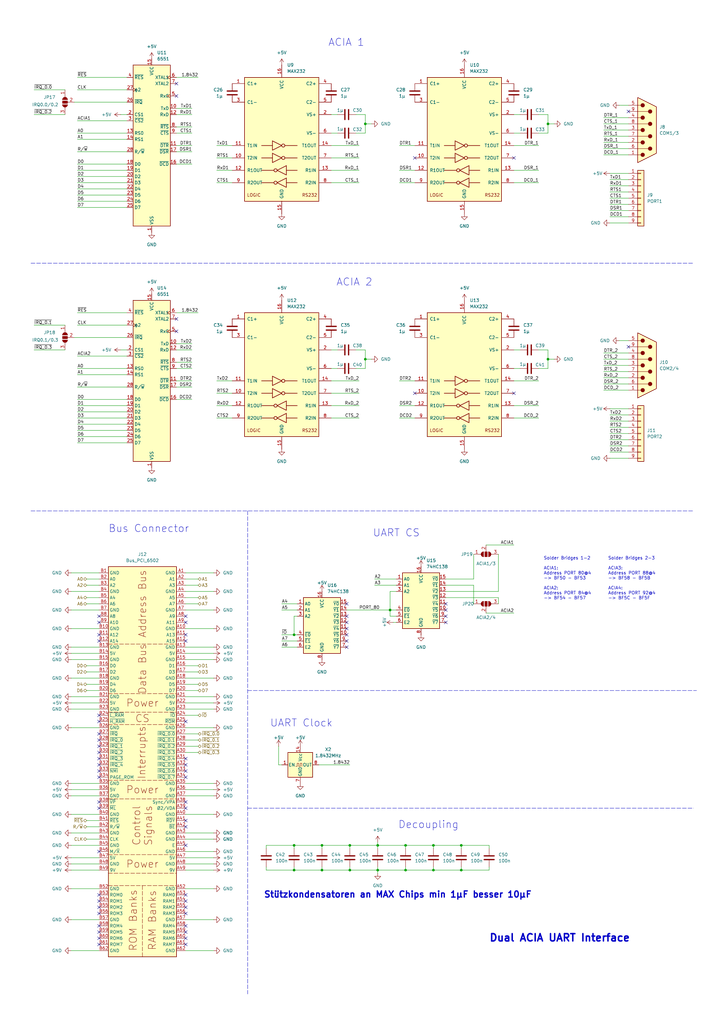
<source format=kicad_sch>
(kicad_sch (version 20231120) (generator "eeschema") (generator_version "8.0")
  (paper "A3" portrait)
  (title_block (title "S65xx Computer System") (date "2024-06-30") (rev "1.0") (company "Synthron"))
  (junction (at 177.8 346.71))
  (junction (at 120.65 260.35))
  (junction (at 177.8 356.87))
  (junction (at 120.65 356.87))
  (junction (at 189.23 346.71))
  (junction (at 166.37 346.71))
  (junction (at 149.86 147.32))
  (junction (at 166.37 356.87))
  (junction (at 132.08 346.71))
  (junction (at 143.51 356.87))
  (junction (at 149.86 50.8))
  (junction (at 160.02 250.19))
  (junction (at 120.65 346.71))
  (junction (at 154.94 356.87))
  (junction (at 224.79 147.32))
  (junction (at 224.79 50.8))
  (junction (at 132.08 356.87))
  (junction (at 143.51 346.71))
  (junction (at 189.23 356.87))
  (junction (at 154.94 346.71))
  (no_connect (at 40.64 313.69))
  (no_connect (at 76.2 328.93))
  (no_connect (at 40.64 308.61))
  (no_connect (at 142.24 260.35))
  (no_connect (at 76.2 387.35))
  (no_connect (at 72.39 135.89))
  (no_connect (at 142.24 255.27))
  (no_connect (at 40.64 306.07))
  (no_connect (at 182.88 252.73))
  (no_connect (at 40.64 311.15))
  (no_connect (at 182.88 250.19))
  (no_connect (at 40.64 384.81))
  (no_connect (at 76.2 313.69))
  (no_connect (at 76.2 260.35))
  (no_connect (at 182.88 247.65))
  (no_connect (at 40.64 367.03))
  (no_connect (at 76.2 255.27))
  (no_connect (at 40.64 295.91))
  (no_connect (at 170.18 161.29))
  (no_connect (at 72.39 130.81))
  (no_connect (at 40.64 252.73))
  (no_connect (at 40.64 387.35))
  (no_connect (at 40.64 262.89))
  (no_connect (at 76.2 374.65))
  (no_connect (at 182.88 255.27))
  (no_connect (at 76.2 372.11))
  (no_connect (at 40.64 260.35))
  (no_connect (at 76.2 384.81))
  (no_connect (at 40.64 255.27))
  (no_connect (at 76.2 369.57))
  (no_connect (at 142.24 247.65))
  (no_connect (at 76.2 311.15))
  (no_connect (at 257.81 142.24))
  (no_connect (at 76.2 346.71))
  (no_connect (at 40.64 369.57))
  (no_connect (at 40.64 293.37))
  (no_connect (at 142.24 252.73))
  (no_connect (at 76.2 331.47))
  (no_connect (at 40.64 303.53))
  (no_connect (at 40.64 318.77))
  (no_connect (at 40.64 316.23))
  (no_connect (at 40.64 374.65))
  (no_connect (at 40.64 349.25))
  (no_connect (at 142.24 265.43))
  (no_connect (at 142.24 257.81))
  (no_connect (at 76.2 262.89))
  (no_connect (at 210.82 161.29))
  (no_connect (at 40.64 300.99))
  (no_connect (at 40.64 328.93))
  (no_connect (at 257.81 45.72))
  (no_connect (at 76.2 339.09))
  (no_connect (at 170.18 64.77))
  (no_connect (at 40.64 331.47))
  (no_connect (at 40.64 372.11))
  (no_connect (at 40.64 379.73))
  (no_connect (at 142.24 262.89))
  (no_connect (at 76.2 336.55))
  (no_connect (at 76.2 295.91))
  (no_connect (at 40.64 382.27))
  (no_connect (at 72.39 34.29))
  (no_connect (at 76.2 379.73))
  (no_connect (at 76.2 318.77))
  (no_connect (at 210.82 64.77))
  (no_connect (at 76.2 367.03))
  (no_connect (at 76.2 382.27))
  (no_connect (at 76.2 252.73))
  (no_connect (at 72.39 39.37))
  (no_connect (at 76.2 316.23))
  (wire (pts (xy 162.56 240.03) (xy 153.67 240.03)))
  (wire (pts (xy 115.57 247.65) (xy 121.92 247.65)))
  (wire (pts (xy 31.75 133.35) (xy 52.07 133.35)))
  (wire (pts (xy 162.56 237.49) (xy 153.67 237.49)))
  (wire (pts (xy 87.63 265.43) (xy 76.2 265.43)))
  (wire (pts (xy 29.21 341.63) (xy 40.64 341.63)))
  (wire (pts (xy 31.75 168.91) (xy 52.07 168.91)))
  (wire (pts (xy 170.18 166.37) (xy 163.83 166.37)))
  (wire (pts (xy 132.08 346.71) (xy 143.51 346.71)))
  (wire (pts (xy 224.79 54.61) (xy 220.98 54.61)))
  (wire (pts (xy 87.63 290.83) (xy 76.2 290.83)))
  (wire (pts (xy 147.32 59.69) (xy 135.89 59.69)))
  (wire (pts (xy 220.98 156.21) (xy 210.82 156.21)))
  (wire (pts (xy 247.65 48.26) (xy 257.81 48.26)))
  (wire (pts (xy 31.75 181.61) (xy 52.07 181.61)))
  (wire (pts (xy 149.86 46.99) (xy 146.05 46.99)))
  (wire (pts (xy 250.19 182.88) (xy 257.81 182.88)))
  (wire (pts (xy 31.75 62.23) (xy 52.07 62.23)))
  (wire (pts (xy 138.43 151.13) (xy 135.89 151.13)))
  (wire (pts (xy 149.86 50.8) (xy 149.86 54.61)))
  (wire (pts (xy 147.32 74.93) (xy 135.89 74.93)))
  (wire (pts (xy 149.86 46.99) (xy 149.86 50.8)))
  (wire (pts (xy 31.75 173.99) (xy 52.07 173.99)))
  (wire (pts (xy 87.63 344.17) (xy 76.2 344.17)))
  (wire (pts (xy 220.98 69.85) (xy 210.82 69.85)))
  (wire (pts (xy 200.66 346.71) (xy 189.23 346.71)))
  (wire (pts (xy 29.21 298.45) (xy 40.64 298.45)))
  (wire (pts (xy 29.21 323.85) (xy 40.64 323.85)))
  (wire (pts (xy 250.19 81.28) (xy 257.81 81.28)))
  (wire (pts (xy 29.21 278.13) (xy 40.64 278.13)))
  (wire (pts (xy 250.19 73.66) (xy 257.81 73.66)))
  (wire (pts (xy 87.63 356.87) (xy 76.2 356.87)))
  (wire (pts (xy 182.88 242.57) (xy 204.47 242.57)))
  (wire (pts (xy 120.65 346.71) (xy 120.65 347.98)))
  (wire (pts (xy 35.56 283.21) (xy 40.64 283.21)))
  (wire (pts (xy 87.63 234.95) (xy 76.2 234.95)))
  (wire (pts (xy 35.56 240.03) (xy 40.64 240.03)))
  (wire (pts (xy 13.97 46.99) (xy 26.67 46.99)))
  (wire (pts (xy 250.19 187.96) (xy 257.81 187.96)))
  (wire (pts (xy 200.66 347.98) (xy 200.66 346.71)))
  (wire (pts (xy 31.75 128.27) (xy 52.07 128.27)))
  (wire (pts (xy 13.97 143.51) (xy 26.67 143.51)))
  (wire (pts (xy 250.19 88.9) (xy 257.81 88.9)))
  (wire (pts (xy 29.21 334.01) (xy 40.64 334.01)))
  (wire (pts (xy 115.57 260.35) (xy 120.65 260.35)))
  (wire (pts (xy 72.39 128.27) (xy 81.28 128.27)))
  (wire (pts (xy 177.8 346.71) (xy 177.8 347.98)))
  (wire (pts (xy 49.53 46.99) (xy 52.07 46.99)))
  (wire (pts (xy 78.74 156.21) (xy 72.39 156.21)))
  (wire (pts (xy 31.75 171.45) (xy 52.07 171.45)))
  (wire (pts (xy 31.75 158.75) (xy 52.07 158.75)))
  (wire (pts (xy 87.63 389.89) (xy 76.2 389.89)))
  (wire (pts (xy 78.74 151.13) (xy 72.39 151.13)))
  (wire (pts (xy 120.65 252.73) (xy 120.65 260.35)))
  (wire (pts (xy 224.79 50.8) (xy 224.79 54.61)))
  (wire (pts (xy 88.9 161.29) (xy 95.25 161.29)))
  (wire (pts (xy 213.36 151.13) (xy 210.82 151.13)))
  (wire (pts (xy 220.98 166.37) (xy 210.82 166.37)))
  (wire (pts (xy 35.56 339.09) (xy 40.64 339.09)))
  (wire (pts (xy 95.25 74.93) (xy 88.9 74.93)))
  (wire (pts (xy 78.74 158.75) (xy 72.39 158.75)))
  (wire (pts (xy 81.28 293.37) (xy 76.2 293.37)))
  (wire (pts (xy 224.79 143.51) (xy 220.98 143.51)))
  (wire (pts (xy 143.51 346.71) (xy 143.51 347.98)))
  (wire (pts (xy 154.94 355.6) (xy 154.94 356.87)))
  (wire (pts (xy 81.28 275.59) (xy 76.2 275.59)))
  (wire (pts (xy 170.18 171.45) (xy 163.83 171.45)))
  (wire (pts (xy 143.51 355.6) (xy 143.51 356.87)))
  (wire (pts (xy 132.08 347.98) (xy 132.08 346.71)))
  (wire (pts (xy 166.37 355.6) (xy 166.37 356.87)))
  (wire (pts (xy 250.19 71.12) (xy 257.81 71.12)))
  (wire (pts (xy 200.66 356.87) (xy 200.66 355.6)))
  (wire (pts (xy 182.88 237.49) (xy 194.31 237.49)))
  (wire (pts (xy 81.28 303.53) (xy 76.2 303.53)))
  (wire (pts (xy 149.86 54.61) (xy 146.05 54.61)))
  (wire (pts (xy 189.23 356.87) (xy 200.66 356.87)))
  (wire (pts (xy 78.74 163.83) (xy 72.39 163.83)))
  (wire (pts (xy 109.22 355.6) (xy 109.22 356.87)))
  (wire (pts (xy 147.32 64.77) (xy 135.89 64.77)))
  (wire (pts (xy 177.8 355.6) (xy 177.8 356.87)))
  (wire (pts (xy 254 139.7) (xy 257.81 139.7)))
  (wire (pts (xy 162.56 252.73) (xy 160.02 252.73)))
  (wire (pts (xy 154.94 356.87) (xy 154.94 358.14)))
  (wire (pts (xy 160.02 242.57) (xy 160.02 250.19)))
  (wire (pts (xy 31.75 85.09) (xy 52.07 85.09)))
  (wire (pts (xy 31.75 49.53) (xy 52.07 49.53)))
  (wire (pts (xy 250.19 78.74) (xy 257.81 78.74)))
  (wire (pts (xy 31.75 69.85) (xy 52.07 69.85)))
  (wire (pts (xy 78.74 140.97) (xy 72.39 140.97)))
  (wire (pts (xy 160.02 250.19) (xy 142.24 250.19)))
  (wire (pts (xy 87.63 377.19) (xy 76.2 377.19)))
  (wire (pts (xy 87.63 364.49) (xy 76.2 364.49)))
  (wire (pts (xy 87.63 250.19) (xy 76.2 250.19)))
  (wire (pts (xy 143.51 356.87) (xy 154.94 356.87)))
  (wire (pts (xy 87.63 267.97) (xy 76.2 267.97)))
  (wire (pts (xy 114.3 306.07) (xy 114.3 313.69)))
  (wire (pts (xy 166.37 346.71) (xy 154.94 346.71)))
  (wire (pts (xy 247.65 154.94) (xy 257.81 154.94)))
  (wire (pts (xy 147.32 166.37) (xy 135.89 166.37)))
  (wire (pts (xy 31.75 80.01) (xy 52.07 80.01)))
  (wire (pts (xy 162.56 250.19) (xy 160.02 250.19)))
  (wire (pts (xy 250.19 76.2) (xy 257.81 76.2)))
  (wire (pts (xy 189.23 346.71) (xy 177.8 346.71)))
  (wire (pts (xy 31.75 163.83) (xy 52.07 163.83)))
  (wire (pts (xy 31.75 31.75) (xy 52.07 31.75)))
  (wire (pts (xy 149.86 143.51) (xy 149.86 147.32)))
  (wire (pts (xy 35.56 336.55) (xy 40.64 336.55)))
  (wire (pts (xy 87.63 257.81) (xy 76.2 257.81)))
  (wire (pts (xy 88.9 59.69) (xy 95.25 59.69)))
  (wire (pts (xy 49.53 143.51) (xy 52.07 143.51)))
  (wire (pts (xy 29.21 267.97) (xy 40.64 267.97)))
  (wire (pts (xy 78.74 62.23) (xy 72.39 62.23)))
  (wire (pts (xy 194.31 237.49) (xy 194.31 227.33)))
  (wire (pts (xy 31.75 153.67) (xy 52.07 153.67)))
  (wire (pts (xy 120.65 260.35) (xy 121.92 260.35)))
  (wire (pts (xy 149.86 147.32) (xy 149.86 151.13)))
  (wire (pts (xy 87.63 334.01) (xy 76.2 334.01)))
  (wire (pts (xy 109.22 356.87) (xy 120.65 356.87)))
  (wire (pts (xy 224.79 151.13) (xy 220.98 151.13)))
  (wire (pts (xy 247.65 144.78) (xy 257.81 144.78)))
  (wire (pts (xy 87.63 341.63) (xy 76.2 341.63)))
  (wire (pts (xy 30.48 41.91) (xy 52.07 41.91)))
  (wire (pts (xy 250.19 91.44) (xy 257.81 91.44)))
  (wire (pts (xy 170.18 74.93) (xy 163.83 74.93)))
  (wire (pts (xy 132.08 356.87) (xy 143.51 356.87)))
  (wire (pts (xy 78.74 67.31) (xy 72.39 67.31)))
  (wire (pts (xy 224.79 46.99) (xy 224.79 50.8)))
  (wire (pts (xy 149.86 50.8) (xy 152.4 50.8)))
  (wire (pts (xy 224.79 147.32) (xy 224.79 151.13)))
  (wire (pts (xy 81.28 300.99) (xy 76.2 300.99)))
  (wire (pts (xy 250.19 175.26) (xy 257.81 175.26)))
  (wire (pts (xy 194.31 240.03) (xy 194.31 247.65)))
  (wire (pts (xy 213.36 46.99) (xy 210.82 46.99)))
  (wire (pts (xy 247.65 149.86) (xy 257.81 149.86)))
  (wire (pts (xy 109.22 346.71) (xy 109.22 347.98)))
  (wire (pts (xy 247.65 63.5) (xy 257.81 63.5)))
  (wire (pts (xy 166.37 346.71) (xy 166.37 347.98)))
  (wire (pts (xy 29.21 288.29) (xy 40.64 288.29)))
  (wire (pts (xy 120.65 346.71) (xy 132.08 346.71)))
  (wire (pts (xy 31.75 67.31) (xy 52.07 67.31)))
  (wire (pts (xy 29.21 265.43) (xy 40.64 265.43)))
  (wire (pts (xy 121.92 252.73) (xy 120.65 252.73)))
  (wire (pts (xy 81.28 280.67) (xy 76.2 280.67)))
  (wire (pts (xy 213.36 143.51) (xy 210.82 143.51)))
  (wire (pts (xy 81.28 308.61) (xy 76.2 308.61)))
  (wire (pts (xy 247.65 157.48) (xy 257.81 157.48)))
  (wire (pts (xy 88.9 64.77) (xy 95.25 64.77)))
  (wire (pts (xy 250.19 170.18) (xy 257.81 170.18)))
  (wire (pts (xy 147.32 156.21) (xy 135.89 156.21)))
  (wire (pts (xy 81.28 237.49) (xy 76.2 237.49)))
  (wire (pts (xy 87.63 354.33) (xy 76.2 354.33)))
  (wire (pts (xy 81.28 240.03) (xy 76.2 240.03)))
  (wire (pts (xy 160.02 252.73) (xy 160.02 250.19)))
  (wire (pts (xy 88.9 156.21) (xy 95.25 156.21)))
  (wire (pts (xy 163.83 156.21) (xy 170.18 156.21)))
  (wire (pts (xy 35.56 275.59) (xy 40.64 275.59)))
  (wire (pts (xy 224.79 50.8) (xy 227.33 50.8)))
  (wire (pts (xy 247.65 147.32) (xy 257.81 147.32)))
  (wire (pts (xy 250.19 185.42) (xy 257.81 185.42)))
  (wire (pts (xy 224.79 46.99) (xy 220.98 46.99)))
  (wire (pts (xy 29.21 354.33) (xy 40.64 354.33)))
  (wire (pts (xy 138.43 54.61) (xy 135.89 54.61)))
  (wire (pts (xy 115.57 265.43) (xy 121.92 265.43)))
  (wire (pts (xy 138.43 46.99) (xy 135.89 46.99)))
  (wire (pts (xy 95.25 171.45) (xy 88.9 171.45)))
  (wire (pts (xy 224.79 143.51) (xy 224.79 147.32)))
  (polyline (pts (xy 101.6 331.47) (xy 284.48 331.47)) (stroke (width 0) (type dash)))
  (wire (pts (xy 29.21 290.83) (xy 40.64 290.83)))
  (wire (pts (xy 132.08 355.6) (xy 132.08 356.87)))
  (wire (pts (xy 31.75 146.05) (xy 52.07 146.05)))
  (wire (pts (xy 81.28 247.65) (xy 76.2 247.65)))
  (wire (pts (xy 114.3 313.69) (xy 115.57 313.69)))
  (wire (pts (xy 13.97 36.83) (xy 26.67 36.83)))
  (wire (pts (xy 154.94 345.44) (xy 154.94 346.71)))
  (wire (pts (xy 149.86 147.32) (xy 152.4 147.32)))
  (wire (pts (xy 163.83 59.69) (xy 170.18 59.69)))
  (wire (pts (xy 189.23 355.6) (xy 189.23 356.87)))
  (wire (pts (xy 247.65 60.96) (xy 257.81 60.96)))
  (wire (pts (xy 182.88 240.03) (xy 194.31 240.03)))
  (wire (pts (xy 204.47 245.11) (xy 204.47 247.65)))
  (wire (pts (xy 35.56 273.05) (xy 40.64 273.05)))
  (wire (pts (xy 138.43 143.51) (xy 135.89 143.51)))
  (wire (pts (xy 87.63 288.29) (xy 76.2 288.29)))
  (polyline (pts (xy 101.6 209.55) (xy 101.6 407.67)) (stroke (width 0) (type dash)))
  (wire (pts (xy 120.65 355.6) (xy 120.65 356.87)))
  (wire (pts (xy 250.19 83.82) (xy 257.81 83.82)))
  (wire (pts (xy 78.74 52.07) (xy 72.39 52.07)))
  (wire (pts (xy 78.74 143.51) (xy 72.39 143.51)))
  (wire (pts (xy 149.86 143.51) (xy 146.05 143.51)))
  (wire (pts (xy 220.98 59.69) (xy 210.82 59.69)))
  (wire (pts (xy 31.75 176.53) (xy 52.07 176.53)))
  (wire (pts (xy 250.19 86.36) (xy 257.81 86.36)))
  (wire (pts (xy 78.74 59.69) (xy 72.39 59.69)))
  (wire (pts (xy 29.21 326.39) (xy 40.64 326.39)))
  (wire (pts (xy 143.51 346.71) (xy 154.94 346.71)))
  (wire (pts (xy 88.9 69.85) (xy 95.25 69.85)))
  (wire (pts (xy 87.63 349.25) (xy 76.2 349.25)))
  (wire (pts (xy 147.32 161.29) (xy 135.89 161.29)))
  (wire (pts (xy 31.75 36.83) (xy 52.07 36.83)))
  (wire (pts (xy 29.21 377.19) (xy 40.64 377.19)))
  (wire (pts (xy 29.21 234.95) (xy 40.64 234.95)))
  (wire (pts (xy 147.32 69.85) (xy 135.89 69.85)))
  (wire (pts (xy 120.65 346.71) (xy 109.22 346.71)))
  (wire (pts (xy 120.65 356.87) (xy 132.08 356.87)))
  (wire (pts (xy 154.94 346.71) (xy 154.94 347.98)))
  (wire (pts (xy 87.63 270.51) (xy 76.2 270.51)))
  (wire (pts (xy 87.63 321.31) (xy 76.2 321.31)))
  (wire (pts (xy 204.47 242.57) (xy 204.47 227.33)))
  (wire (pts (xy 147.32 171.45) (xy 135.89 171.45)))
  (wire (pts (xy 154.94 356.87) (xy 166.37 356.87)))
  (wire (pts (xy 149.86 151.13) (xy 146.05 151.13)))
  (wire (pts (xy 250.19 177.8) (xy 257.81 177.8)))
  (wire (pts (xy 29.21 321.31) (xy 40.64 321.31)))
  (wire (pts (xy 81.28 273.05) (xy 76.2 273.05)))
  (wire (pts (xy 177.8 346.71) (xy 166.37 346.71)))
  (wire (pts (xy 31.75 166.37) (xy 52.07 166.37)))
  (wire (pts (xy 199.39 223.52) (xy 210.82 223.52)))
  (wire (pts (xy 29.21 242.57) (xy 40.64 242.57)))
  (wire (pts (xy 220.98 171.45) (xy 210.82 171.45)))
  (wire (pts (xy 31.75 77.47) (xy 52.07 77.47)))
  (wire (pts (xy 31.75 179.07) (xy 52.07 179.07)))
  (wire (pts (xy 35.56 280.67) (xy 40.64 280.67)))
  (wire (pts (xy 29.21 285.75) (xy 40.64 285.75)))
  (wire (pts (xy 250.19 167.64) (xy 257.81 167.64)))
  (wire (pts (xy 189.23 346.71) (xy 189.23 347.98)))
  (wire (pts (xy 31.75 72.39) (xy 52.07 72.39)))
  (wire (pts (xy 35.56 247.65) (xy 40.64 247.65)))
  (wire (pts (xy 115.57 262.89) (xy 121.92 262.89)))
  (wire (pts (xy 250.19 172.72) (xy 257.81 172.72)))
  (wire (pts (xy 247.65 55.88) (xy 257.81 55.88)))
  (wire (pts (xy 87.63 326.39) (xy 76.2 326.39)))
  (wire (pts (xy 247.65 53.34) (xy 257.81 53.34)))
  (wire (pts (xy 78.74 148.59) (xy 72.39 148.59)))
  (wire (pts (xy 254 43.18) (xy 257.81 43.18)))
  (wire (pts (xy 166.37 356.87) (xy 177.8 356.87)))
  (wire (pts (xy 247.65 152.4) (xy 257.81 152.4)))
  (wire (pts (xy 247.65 58.42) (xy 257.81 58.42)))
  (wire (pts (xy 130.81 313.69) (xy 143.51 313.69)))
  (wire (pts (xy 31.75 74.93) (xy 52.07 74.93)))
  (wire (pts (xy 220.98 74.93) (xy 210.82 74.93)))
  (wire (pts (xy 13.97 133.35) (xy 26.67 133.35)))
  (wire (pts (xy 87.63 323.85) (xy 76.2 323.85)))
  (wire (pts (xy 177.8 356.87) (xy 189.23 356.87)))
  (wire (pts (xy 29.21 389.89) (xy 40.64 389.89)))
  (polyline (pts (xy 12.7 107.95) (xy 284.48 107.95)) (stroke (width 0) (type dash)))
  (wire (pts (xy 78.74 44.45) (xy 72.39 44.45)))
  (wire (pts (xy 87.63 298.45) (xy 76.2 298.45)))
  (wire (pts (xy 72.39 31.75) (xy 81.28 31.75)))
  (wire (pts (xy 162.56 255.27) (xy 161.29 255.27)))
  (wire (pts (xy 247.65 160.02) (xy 257.81 160.02)))
  (wire (pts (xy 29.21 250.19) (xy 40.64 250.19)))
  (wire (pts (xy 78.74 54.61) (xy 72.39 54.61)))
  (polyline (pts (xy 101.6 283.21) (xy 285.75 283.21)) (stroke (width 0) (type dash)))
  (wire (pts (xy 115.57 250.19) (xy 121.92 250.19)))
  (wire (pts (xy 87.63 278.13) (xy 76.2 278.13)))
  (wire (pts (xy 29.21 364.49) (xy 40.64 364.49)))
  (wire (pts (xy 162.56 242.57) (xy 160.02 242.57)))
  (wire (pts (xy 88.9 166.37) (xy 95.25 166.37)))
  (wire (pts (xy 170.18 69.85) (xy 163.83 69.85)))
  (wire (pts (xy 81.28 245.11) (xy 76.2 245.11)))
  (wire (pts (xy 87.63 242.57) (xy 76.2 242.57)))
  (wire (pts (xy 224.79 147.32) (xy 227.33 147.32)))
  (wire (pts (xy 31.75 151.13) (xy 52.07 151.13)))
  (wire (pts (xy 87.63 351.79) (xy 76.2 351.79)))
  (wire (pts (xy 81.28 283.21) (xy 76.2 283.21)))
  (wire (pts (xy 35.56 344.17) (xy 40.64 344.17)))
  (wire (pts (xy 29.21 351.79) (xy 40.64 351.79)))
  (wire (pts (xy 199.39 251.46) (xy 210.82 251.46)))
  (wire (pts (xy 247.65 50.8) (xy 257.81 50.8)))
  (wire (pts (xy 78.74 46.99) (xy 72.39 46.99)))
  (polyline (pts (xy 12.7 209.55) (xy 284.48 209.55)) (stroke (width 0) (type dash)))
  (wire (pts (xy 29.21 356.87) (xy 40.64 356.87)))
  (wire (pts (xy 250.19 180.34) (xy 257.81 180.34)))
  (wire (pts (xy 29.21 346.71) (xy 40.64 346.71)))
  (wire (pts (xy 29.21 257.81) (xy 40.64 257.81)))
  (wire (pts (xy 29.21 270.51) (xy 40.64 270.51)))
  (wire (pts (xy 31.75 57.15) (xy 52.07 57.15)))
  (wire (pts (xy 31.75 54.61) (xy 52.07 54.61)))
  (wire (pts (xy 35.56 245.11) (xy 40.64 245.11)))
  (wire (pts (xy 30.48 138.43) (xy 52.07 138.43)))
  (wire (pts (xy 213.36 54.61) (xy 210.82 54.61)))
  (wire (pts (xy 87.63 285.75) (xy 76.2 285.75)))
  (wire (pts (xy 35.56 237.49) (xy 40.64 237.49)))
  (wire (pts (xy 182.88 245.11) (xy 204.47 245.11)))
  (wire (pts (xy 31.75 82.55) (xy 52.07 82.55)))
  (wire (pts (xy 81.28 306.07) (xy 76.2 306.07)))
  (text "Bus Connector" (at 44.45 216.916 0) (effects (font (size 3 3)) (justify left)))
  (text "Stützkondensatoren an MAX Chips min 1µF besser 10µF" (at 163.195 367.03 0) (effects (font (size 2.54 2.54) (thickness 0.508) (bold yes))))
  (text "Solder Bridges 1-2\n\nACIA1:\nAddress PORT 80@4 \n-> BF50 - BF53\n\nACIA2:\nAddress PORT 84@4\n-> BF54 - BF57" (at 223.012 237.236 0) (effects (font (size 1.27 1.27)) (justify left)))
  (text "Dual ACIA UART Interface" (at 229.616 384.81 0) (effects (font (size 3 3) (thickness 0.6) (bold yes))))
  (text "ACIA 1" (at 134.62 17.526 0) (effects (font (size 3 3)) (justify left)))
  (text "UART Clock" (at 110.744 296.672 0) (effects (font (size 3 3)) (justify left)))
  (text "Decoupling" (at 163.322 338.328 0) (effects (font (size 3 3)) (justify left)))
  (text "Solder Bridges 2-3\n\nACIA3:\nAddress PORT 88@4 \n-> BF58 - BF5B\n\nACIA4:\nAddress PORT 92@4\n-> BF5C - BF5F" (at 249.428 237.236 0) (effects (font (size 1.27 1.27)) (justify left)))
  (text "ACIA 2" (at 137.922 115.824 0) (effects (font (size 3 3)) (justify left)))
  (text "UART CS" (at 152.908 218.694 0) (effects (font (size 3 3)) (justify left)))
  (label "DSR_2" (at 220.98 166.37 180))
  (label "A3" (at 153.67 240.03 0))
  (label "DCD1" (at 163.83 74.93 0))
  (label "R{slash}~{W}" (at 31.75 62.23 0))
  (label "A7" (at 115.57 262.89 0))
  (label "RxD_1" (at 247.65 58.42 0))
  (label "CLK" (at 31.75 36.83 0))
  (label "D7" (at 31.75 181.61 0))
  (label "A4" (at 115.57 247.65 0))
  (label "RxD_1" (at 147.32 69.85 180))
  (label "~{IO}" (at 115.57 260.35 0))
  (label "A0" (at 31.75 151.13 0))
  (label "DSR2" (at 78.74 158.75 180))
  (label "DCD_1" (at 220.98 74.93 180))
  (label "DTR_1" (at 220.98 59.69 180))
  (label "D2" (at 31.75 168.91 0))
  (label "PORT_80" (at 147.32 250.19 0))
  (label "DSR1" (at 250.19 86.36 0))
  (label "RxD2" (at 78.74 143.51 180))
  (label "CTS2" (at 88.9 171.45 0))
  (label "CTS2" (at 78.74 151.13 180))
  (label "D0" (at 31.75 67.31 0))
  (label "A2" (at 153.67 237.49 0))
  (label "CTS1" (at 88.9 74.93 0))
  (label "TxD_2" (at 247.65 149.86 0))
  (label "1.8432" (at 143.51 313.69 180))
  (label "DSR1" (at 78.74 62.23 180))
  (label "CTS1" (at 250.19 81.28 0))
  (label "~{RES}" (at 31.75 31.75 0))
  (label "RxD1" (at 78.74 46.99 180))
  (label "CTS_1" (at 147.32 74.93 180))
  (label "~{IRQ_0.0}" (at 13.97 36.83 0))
  (label "CTS_2" (at 147.32 171.45 180))
  (label "A0" (at 31.75 54.61 0))
  (label "1.8432" (at 81.28 31.75 180))
  (label "D7" (at 31.75 85.09 0))
  (label "D0" (at 31.75 163.83 0))
  (label "DTR1" (at 250.19 83.82 0))
  (label "TxD_2" (at 147.32 156.21 180))
  (label "RTS1" (at 88.9 64.77 0))
  (label "~{IRQ_0.2}" (at 13.97 46.99 0))
  (label "D5" (at 31.75 176.53 0))
  (label "D4" (at 31.75 173.99 0))
  (label "DCD_2" (at 247.65 160.02 0))
  (label "A5" (at 115.57 250.19 0))
  (label "ACIA2" (at 31.75 146.05 0))
  (label "A1" (at 31.75 153.67 0))
  (label "RTS2" (at 250.19 175.26 0))
  (label "DTR_1" (at 247.65 48.26 0))
  (label "ACIA1" (at 210.82 223.52 180))
  (label "1.8432" (at 81.28 128.27 180))
  (label "D3" (at 31.75 171.45 0))
  (label "D6" (at 31.75 82.55 0))
  (label "CTS_1" (at 247.65 50.8 0))
  (label "RTS2" (at 88.9 161.29 0))
  (label "RTS_2" (at 247.65 152.4 0))
  (label "TxD2" (at 250.19 170.18 0))
  (label "DTR2" (at 78.74 156.21 180))
  (label "R{slash}~{W}" (at 31.75 158.75 0))
  (label "TxD1" (at 250.19 73.66 0))
  (label "RTS_1" (at 247.65 55.88 0))
  (label "RxD_2" (at 247.65 154.94 0))
  (label "TxD2" (at 88.9 156.21 0))
  (label "DCD_2" (at 220.98 171.45 180))
  (label "RxD1" (at 88.9 69.85 0))
  (label "RTS1" (at 78.74 52.07 180))
  (label "DCD1" (at 78.74 67.31 180))
  (label "CTS_2" (at 247.65 147.32 0))
  (label "D3" (at 31.75 74.93 0))
  (label "~{IRQ_0.3}" (at 13.97 143.51 0))
  (label "DTR_2" (at 247.65 144.78 0))
  (label "A1" (at 31.75 57.15 0))
  (label "RxD2" (at 88.9 166.37 0))
  (label "RxD2" (at 250.19 172.72 0))
  (label "ACIA2" (at 210.82 251.46 180))
  (label "D2" (at 31.75 72.39 0))
  (label "DSR2" (at 163.83 166.37 0))
  (label "TxD2" (at 78.74 140.97 180))
  (label "DTR_2" (at 220.98 156.21 180))
  (label "D6" (at 31.75 179.07 0))
  (label "D1" (at 31.75 166.37 0))
  (label "D4" (at 31.75 77.47 0))
  (label "DCD2" (at 250.19 185.42 0))
  (label "~{RES}" (at 31.75 128.27 0))
  (label "DTR2" (at 163.83 156.21 0))
  (label "ACIA1" (at 31.75 49.53 0))
  (label "CLK" (at 31.75 133.35 0))
  (label "DSR_1" (at 247.65 60.96 0))
  (label "DSR_1" (at 220.98 69.85 180))
  (label "RxD_2" (at 147.32 166.37 180))
  (label "~{IRQ_0.1}" (at 13.97 133.35 0))
  (label "RTS_1" (at 147.32 64.77 180))
  (label "RTS2" (at 78.74 148.59 180))
  (label "D5" (at 31.75 80.01 0))
  (label "TxD1" (at 88.9 59.69 0))
  (label "DCD2" (at 163.83 171.45 0))
  (label "RTS_2" (at 147.32 161.29 180))
  (label "DCD1" (at 250.19 88.9 0))
  (label "A6" (at 115.57 265.43 0))
  (label "DSR_2" (at 247.65 157.48 0))
  (label "DTR1" (at 78.74 59.69 180))
  (label "DSR2" (at 250.19 182.88 0))
  (label "RxD1" (at 250.19 76.2 0))
  (label "CTS1" (at 78.74 54.61 180))
  (label "DTR1" (at 163.83 59.69 0))
  (label "DCD2" (at 78.74 163.83 180))
  (label "D1" (at 31.75 69.85 0))
  (label "DSR1" (at 163.83 69.85 0))
  (label "DTR2" (at 250.19 180.34 0))
  (label "TxD_1" (at 247.65 53.34 0))
  (label "CTS2" (at 250.19 177.8 0))
  (label "DCD_1" (at 247.65 63.5 0))
  (label "TxD_1" (at 147.32 59.69 180))
  (label "RTS1" (at 250.19 78.74 0))
  (label "TxD1" (at 78.74 44.45 180))
  (hierarchical_label "D1" (shape bidirectional) (at 81.28 273.05 0))
  (hierarchical_label "A7" (shape bidirectional) (at 81.28 247.65 0))
  (hierarchical_label "A3" (shape bidirectional) (at 81.28 240.03 0))
  (hierarchical_label "D0" (shape bidirectional) (at 35.56 273.05 180))
  (hierarchical_label "D4" (shape bidirectional) (at 35.56 280.67 180))
  (hierarchical_label "R{slash}~{W}" (shape bidirectional) (at 35.56 339.09 180))
  (hierarchical_label "D2" (shape bidirectional) (at 35.56 275.59 180))
  (hierarchical_label "A2" (shape bidirectional) (at 35.56 240.03 180))
  (hierarchical_label "A0" (shape bidirectional) (at 35.56 237.49 180))
  (hierarchical_label "A1" (shape bidirectional) (at 81.28 237.49 0))
  (hierarchical_label "~{IRQ_0.2}" (shape bidirectional) (at 81.28 306.07 0))
  (hierarchical_label "A6" (shape bidirectional) (at 35.56 247.65 180))
  (hierarchical_label "A5" (shape bidirectional) (at 81.28 245.11 0))
  (hierarchical_label "~{IRQ_0.3}" (shape bidirectional) (at 81.28 308.61 0))
  (hierarchical_label "A4" (shape bidirectional) (at 35.56 245.11 180))
  (hierarchical_label "~{IRQ_0.0}" (shape bidirectional) (at 81.28 300.99 0))
  (hierarchical_label "D7" (shape bidirectional) (at 81.28 283.21 0))
  (hierarchical_label "D3" (shape bidirectional) (at 81.28 275.59 0))
  (hierarchical_label "CLK" (shape bidirectional) (at 35.56 344.17 180))
  (hierarchical_label "D6" (shape bidirectional) (at 35.56 283.21 180))
  (hierarchical_label "~{IRQ_0.1}" (shape bidirectional) (at 81.28 303.53 0))
  (hierarchical_label "~{IO}" (shape bidirectional) (at 81.28 293.37 0))
  (hierarchical_label "D5" (shape bidirectional) (at 81.28 280.67 0))
  (hierarchical_label "~{RES}" (shape bidirectional) (at 35.56 336.55 180))
  (symbol (lib_id "power:+5V") (at 123.19 306.07 0) (unit 1)
    (property "Reference" "#PWR0148" (effects (hide yes)))
    (property "Value" "+5V" (at 123.19 302.514 0))
    (property "Description" "Power symbol creates a global label with name \"+5V\"" (effects (hide yes)))
  )
  (symbol (lib_id "power:+5V") (at 62.23 24.13 0) (unit 1)
    (property "Reference" "#PWR094" (effects (hide yes)))
    (property "Value" "+5V" (at 62.23 19.05 0))
    (property "Description" "Power symbol creates a global label with name \"+5V\"" (effects (hide yes)))
  )
  (symbol (lib_id "power:+9V") (at 87.63 356.87 270) (mirror x) (unit 1)
    (property "Reference" "#PWR0169" (effects (hide yes)))
    (property "Value" "+9V" (at 91.44 356.8699 90) (effects (justify left)))
    (property "Description" "Power symbol creates a global label with name \"+9V\"" (effects (hide yes)))
  )
  (symbol (lib_id "power:GND") (at 250.19 91.44 270) (unit 1)
    (property "Reference" "#PWR0104" (effects (hide yes)))
    (property "Value" "GND" (at 246.38 91.4399 90) (effects (justify right)))
    (property "Description" "Power symbol creates a global label with name \"GND\" , ground" (effects (hide yes)))
  )
  (symbol (lib_id "power:GND") (at 87.63 389.89 90) (unit 1)
    (property "Reference" "#PWR0176" (effects (hide yes)))
    (property "Value" "GND" (at 91.44 389.8901 90) (effects (justify right)))
    (property "Description" "Power symbol creates a global label with name \"GND\" , ground" (effects (hide yes)))
  )
  (symbol (lib_id "power:GND") (at 29.21 257.81 270) (unit 1)
    (property "Reference" "#PWR0127" (effects (hide yes)))
    (property "Value" "GND" (at 25.4 257.8099 90) (effects (justify right)))
    (property "Description" "Power symbol creates a global label with name \"GND\" , ground" (effects (hide yes)))
  )
  (symbol (lib_id "power:GND") (at 87.63 290.83 90) (mirror x) (unit 1)
    (property "Reference" "#PWR0144" (effects (hide yes)))
    (property "Value" "GND" (at 91.44 290.8299 90) (effects (justify right)))
    (property "Description" "Power symbol creates a global label with name \"GND\" , ground" (effects (hide yes)))
  )
  (symbol (lib_id "Device:C") (at 142.24 143.51 90) (unit 1)
    (property "Reference" "C38" (at 148.59 141.732 90) (effects (justify left)))
    (property "Value" "1µ" (at 140.97 141.732 90) (effects (justify left)))
    (property "Footprint" "Capacitor_SMD:C_0805_2012Metric" (effects (hide yes)))
    (property "Description" "Unpolarized capacitor" (effects (hide yes)))
  )
  (symbol (lib_id "power:+5V") (at 29.21 288.29 90) (unit 1)
    (property "Reference" "#PWR0141" (effects (hide yes)))
    (property "Value" "+5V" (at 25.4 288.2899 90) (effects (justify left)))
    (property "Description" "Power symbol creates a global label with name \"+5V\"" (effects (hide yes)))
  )
  (symbol (lib_id "Device:C") (at 170.18 38.1 0) (mirror y) (unit 1)
    (property "Reference" "C28" (at 166.37 36.8299 0) (effects (justify left)))
    (property "Value" "1µ" (at 166.37 39.3699 0) (effects (justify left)))
    (property "Footprint" "Capacitor_SMD:C_0805_2012Metric" (effects (hide yes)))
    (property "Description" "Unpolarized capacitor" (effects (hide yes)))
  )
  (symbol (lib_id "Device:C") (at 189.23 351.79 0) (unit 1)
    (property "Reference" "C49" (at 193.04 350.5199 0) (effects (justify left)))
    (property "Value" "100n" (at 193.04 353.0599 0) (effects (justify left)))
    (property "Footprint" "Capacitor_SMD:C_0805_2012Metric" (effects (hide yes)))
    (property "Description" "Unpolarized capacitor" (effects (hide yes)))
  )
  (symbol (lib_id "power:GND") (at 87.63 242.57 90) (mirror x) (unit 1)
    (property "Reference" "#PWR0122" (effects (hide yes)))
    (property "Value" "GND" (at 91.44 242.5699 90) (effects (justify right)))
    (property "Description" "Power symbol creates a global label with name \"GND\" , ground" (effects (hide yes)))
  )
  (symbol (lib_id "power:GND") (at 29.21 285.75 270) (unit 1)
    (property "Reference" "#PWR0139" (effects (hide yes)))
    (property "Value" "GND" (at 25.4 285.7499 90) (effects (justify right)))
    (property "Description" "Power symbol creates a global label with name \"GND\" , ground" (effects (hide yes)))
  )
  (symbol (lib_id "Device:C") (at 217.17 46.99 90) (unit 1)
    (property "Reference" "C31" (at 223.52 45.212 90) (effects (justify left)))
    (property "Value" "1µ" (at 215.9 45.212 90) (effects (justify left)))
    (property "Footprint" "Capacitor_SMD:C_0805_2012Metric" (effects (hide yes)))
    (property "Description" "Unpolarized capacitor" (effects (hide yes)))
  )
  (symbol (lib_id "power:GND") (at 29.21 354.33 270) (unit 1)
    (property "Reference" "#PWR0166" (effects (hide yes)))
    (property "Value" "GND" (at 25.4 354.3299 90) (effects (justify right)))
    (property "Description" "Power symbol creates a global label with name \"GND\" , ground" (effects (hide yes)))
  )
  (symbol (lib_id "power:GND") (at 29.21 326.39 270) (unit 1)
    (property "Reference" "#PWR0154" (effects (hide yes)))
    (property "Value" "GND" (at 25.4 326.3899 90) (effects (justify right)))
    (property "Description" "Power symbol creates a global label with name \"GND\" , ground" (effects (hide yes)))
  )
  (symbol (lib_id "power:GND") (at 29.21 389.89 270) (unit 1)
    (property "Reference" "#PWR0175" (effects (hide yes)))
    (property "Value" "GND" (at 25.4 389.8899 90) (effects (justify right)))
    (property "Description" "Power symbol creates a global label with name \"GND\" , ground" (effects (hide yes)))
  )
  (symbol (lib_id "power:GND") (at 190.5 87.63 0) (unit 1)
    (property "Reference" "#PWR0103" (effects (hide yes)))
    (property "Value" "GND" (at 190.5 92.71 0))
    (property "Description" "Power symbol creates a global label with name \"GND\" , ground" (effects (hide yes)))
  )
  (symbol (lib_id "Jumper:SolderJumper_3_Open") (at 199.39 227.33 0) (mirror x) (unit 1) (exclude_from_sim yes) (in_bom no)
    (property "Reference" "JP19" (at 191.516 227.33 0))
    (property "Value" "ACIA1/3" (at 199.39 231.14 0))
    (property "Footprint" "Jumper:SolderJumper-3_P2.0mm_Open_TrianglePad1.0x1.5mm_NumberLabels" (effects (hide yes)))
    (property "Description" "Solder Jumper, 3-pole, open" (effects (hide yes)))
  )
  (symbol (lib_id "power:GND") (at 87.63 250.19 90) (mirror x) (unit 1)
    (property "Reference" "#PWR0125" (effects (hide yes)))
    (property "Value" "GND" (at 91.44 250.1899 90) (effects (justify right)))
    (property "Description" "Power symbol creates a global label with name \"GND\" , ground" (effects (hide yes)))
  )
  (symbol (lib_id "power:GND") (at 254 139.7 270) (unit 1)
    (property "Reference" "#PWR0109" (effects (hide yes)))
    (property "Value" "GND" (at 250.19 139.6999 90) (effects (justify right)))
    (property "Description" "Power symbol creates a global label with name \"GND\" , ground" (effects (hide yes)))
  )
  (symbol (lib_id "power:GND") (at 29.21 278.13 270) (unit 1)
    (property "Reference" "#PWR0137" (effects (hide yes)))
    (property "Value" "GND" (at 25.4 278.1299 90) (effects (justify right)))
    (property "Description" "Power symbol creates a global label with name \"GND\" , ground" (effects (hide yes)))
  )
  (symbol (lib_id "power:GND") (at 29.21 234.95 270) (unit 1)
    (property "Reference" "#PWR0119" (effects (hide yes)))
    (property "Value" "GND" (at 25.4 234.9499 90) (effects (justify right)))
    (property "Description" "Power symbol creates a global label with name \"GND\" , ground" (effects (hide yes)))
  )
  (symbol (lib_id "Device:C") (at 143.51 351.79 0) (unit 1)
    (property "Reference" "C45" (at 147.32 350.5199 0) (effects (justify left)))
    (property "Value" "100n" (at 147.32 353.0599 0) (effects (justify left)))
    (property "Footprint" "Capacitor_SMD:C_0805_2012Metric" (effects (hide yes)))
    (property "Description" "Unpolarized capacitor" (effects (hide yes)))
  )
  (symbol (lib_id "power:GND") (at 87.63 326.39 90) (mirror x) (unit 1)
    (property "Reference" "#PWR0155" (effects (hide yes)))
    (property "Value" "GND" (at 91.44 326.3899 90) (effects (justify right)))
    (property "Description" "Power symbol creates a global label with name \"GND\" , ground" (effects (hide yes)))
  )
  (symbol (lib_id "Device:C") (at 170.18 134.62 0) (mirror y) (unit 1)
    (property "Reference" "C36" (at 166.37 133.3499 0) (effects (justify left)))
    (property "Value" "1µ" (at 166.37 135.8899 0) (effects (justify left)))
    (property "Footprint" "Capacitor_SMD:C_0805_2012Metric" (effects (hide yes)))
    (property "Description" "Unpolarized capacitor" (effects (hide yes)))
  )
  (symbol (lib_id "Interface_UART:MAX232") (at 190.5 57.15 0) (unit 1)
    (property "Reference" "U10" (at 192.6941 26.67 0) (effects (justify left)))
    (property "Value" "MAX232" (at 192.6941 29.21 0) (effects (justify left)))
    (property "Footprint" "Package_DIP:DIP-16_W7.62mm" (effects (hide yes)))
    (property "Datasheet" "http://www.ti.com/lit/ds/symlink/max232.pdf" (effects (hide yes)))
    (property "Description" "Dual RS232 driver/receiver, 5V supply, 120kb/s, 0C-70C" (effects (hide yes)))
  )
  (symbol (lib_id "Device:C") (at 142.24 151.13 90) (unit 1)
    (property "Reference" "C40" (at 148.59 149.606 90) (effects (justify left)))
    (property "Value" "1µ" (at 140.97 149.352 90) (effects (justify left)))
    (property "Footprint" "Capacitor_SMD:C_0805_2012Metric" (effects (hide yes)))
    (property "Description" "Unpolarized capacitor" (effects (hide yes)))
  )
  (symbol (lib_id "power:GND") (at 87.63 344.17 90) (mirror x) (unit 1)
    (property "Reference" "#PWR0160" (effects (hide yes)))
    (property "Value" "GND" (at 91.44 344.1699 90) (effects (justify right)))
    (property "Description" "Power symbol creates a global label with name \"GND\" , ground" (effects (hide yes)))
  )
  (symbol (lib_id "power:+5V") (at 172.72 232.41 0) (mirror y) (unit 1)
    (property "Reference" "#PWR0118" (effects (hide yes)))
    (property "Value" "+5V" (at 172.72 228.854 0))
    (property "Description" "Power symbol creates a global label with name \"+5V\"" (effects (hide yes)))
  )
  (symbol (lib_id "power:GND") (at 29.21 334.01 270) (unit 1)
    (property "Reference" "#PWR0156" (effects (hide yes)))
    (property "Value" "GND" (at 25.4 334.0099 90) (effects (justify right)))
    (property "Description" "Power symbol creates a global label with name \"GND\" , ground" (effects (hide yes)))
  )
  (symbol (lib_id "Interface_UART:MAX232") (at 115.57 57.15 0) (unit 1)
    (property "Reference" "U9" (at 117.7641 26.67 0) (effects (justify left)))
    (property "Value" "MAX232" (at 117.7641 29.21 0) (effects (justify left)))
    (property "Footprint" "Package_DIP:DIP-16_W7.62mm" (effects (hide yes)))
    (property "Datasheet" "http://www.ti.com/lit/ds/symlink/max232.pdf" (effects (hide yes)))
    (property "Description" "Dual RS232 driver/receiver, 5V supply, 120kb/s, 0C-70C" (effects (hide yes)))
  )
  (symbol (lib_id "power:+5V") (at 87.63 323.85 270) (mirror x) (unit 1)
    (property "Reference" "#PWR0153" (effects (hide yes)))
    (property "Value" "+5V" (at 91.44 323.8499 90) (effects (justify left)))
    (property "Description" "Power symbol creates a global label with name \"+5V\"" (effects (hide yes)))
  )
  (symbol (lib_id "power:+5V") (at 49.53 46.99 90) (unit 1)
    (property "Reference" "#PWR098" (effects (hide yes)))
    (property "Value" "+5V" (at 45.72 46.9899 90) (effects (justify left)))
    (property "Description" "Power symbol creates a global label with name \"+5V\"" (effects (hide yes)))
  )
  (symbol (lib_id "Device:C") (at 142.24 54.61 90) (unit 1)
    (property "Reference" "C32" (at 148.59 53.086 90) (effects (justify left)))
    (property "Value" "1µ" (at 140.97 52.832 90) (effects (justify left)))
    (property "Footprint" "Capacitor_SMD:C_0805_2012Metric" (effects (hide yes)))
    (property "Description" "Unpolarized capacitor" (effects (hide yes)))
  )
  (symbol (lib_id "Connector:DE9_Plug") (at 265.43 149.86 0) (unit 1)
    (property "Reference" "J10" (at 270.51 148.5899 0) (effects (justify left)))
    (property "Value" "COM2/4" (at 270.51 151.1299 0) (effects (justify left)))
    (property "Footprint" "Connector_Dsub:DSUB-9_Male_EdgeMount_P2.77mm" (effects (hide yes)))
    (property "Description" "9-pin male plug pin D-SUB connector" (effects (hide yes)))
  )
  (symbol (lib_id "power:GND") (at 87.63 278.13 90) (mirror x) (unit 1)
    (property "Reference" "#PWR0138" (effects (hide yes)))
    (property "Value" "GND" (at 91.44 278.1299 90) (effects (justify right)))
    (property "Description" "Power symbol creates a global label with name \"GND\" , ground" (effects (hide yes)))
  )
  (symbol (lib_id "Interface_UART:MAX232") (at 190.5 153.67 0) (unit 1)
    (property "Reference" "U13" (at 192.6941 123.19 0) (effects (justify left)))
    (property "Value" "MAX232" (at 192.6941 125.73 0) (effects (justify left)))
    (property "Footprint" "Package_DIP:DIP-16_W7.62mm" (effects (hide yes)))
    (property "Datasheet" "http://www.ti.com/lit/ds/symlink/max232.pdf" (effects (hide yes)))
    (property "Description" "Dual RS232 driver/receiver, 5V supply, 120kb/s, 0C-70C" (effects (hide yes)))
  )
  (symbol (lib_id "power:GND") (at 250.19 187.96 270) (unit 1)
    (property "Reference" "#PWR0116" (effects (hide yes)))
    (property "Value" "GND" (at 246.38 187.9599 90) (effects (justify right)))
    (property "Description" "Power symbol creates a global label with name \"GND\" , ground" (effects (hide yes)))
  )
  (symbol (lib_id "power:+5V") (at 87.63 288.29 270) (mirror x) (unit 1)
    (property "Reference" "#PWR0142" (effects (hide yes)))
    (property "Value" "+5V" (at 91.44 288.2899 90) (effects (justify left)))
    (property "Description" "Power symbol creates a global label with name \"+5V\"" (effects (hide yes)))
  )
  (symbol (lib_id "power:GND") (at 62.23 191.77 0) (unit 1)
    (property "Reference" "#PWR0117" (effects (hide yes)))
    (property "Value" "GND" (at 62.23 196.85 0))
    (property "Description" "Power symbol creates a global label with name \"GND\" , ground" (effects (hide yes)))
  )
  (symbol (lib_id "power:GND") (at 87.63 354.33 90) (mirror x) (unit 1)
    (property "Reference" "#PWR0167" (effects (hide yes)))
    (property "Value" "GND" (at 91.44 354.3299 90) (effects (justify right)))
    (property "Description" "Power symbol creates a global label with name \"GND\" , ground" (effects (hide yes)))
  )
  (symbol (lib_id "power:GND") (at 29.21 321.31 270) (unit 1)
    (property "Reference" "#PWR0149" (effects (hide yes)))
    (property "Value" "GND" (at 25.4 321.3099 90) (effects (justify right)))
    (property "Description" "Power symbol creates a global label with name \"GND\" , ground" (effects (hide yes)))
  )
  (symbol (lib_id "power:GND") (at 227.33 50.8 90) (unit 1)
    (property "Reference" "#PWR0100" (effects (hide yes)))
    (property "Value" "GND" (at 231.14 50.7999 90) (effects (justify right)))
    (property "Description" "Power symbol creates a global label with name \"GND\" , ground" (effects (hide yes)))
  )
  (symbol (lib_id "Device:C") (at 154.94 351.79 0) (unit 1)
    (property "Reference" "C46" (at 158.75 350.5199 0) (effects (justify left)))
    (property "Value" "100n" (at 158.75 353.0599 0) (effects (justify left)))
    (property "Footprint" "Capacitor_SMD:C_0805_2012Metric" (effects (hide yes)))
    (property "Description" "Unpolarized capacitor" (effects (hide yes)))
  )
  (symbol (lib_id "6502:6551") (at 62.23 59.69 0) (unit 1)
    (property "Reference" "U11" (at 64.4241 21.59 0) (effects (justify left)))
    (property "Value" "6551" (at 64.4241 24.13 0) (effects (justify left)))
    (property "Footprint" "Package_DIP:DIP-28_W15.24mm" (effects (hide yes)))
    (property "Datasheet" "http://www.6502.org/documents/datasheets/mos/mos_6551_acia.pdf" (effects (hide yes)))
    (property "Description" "NMOS Asynchronous Communication Interface Adapter (ACIA), Serial UART, DIP-28" (effects (hide yes)))
  )
  (symbol (lib_id "power:GND") (at 115.57 87.63 0) (unit 1)
    (property "Reference" "#PWR0102" (effects (hide yes)))
    (property "Value" "GND" (at 115.57 92.71 0))
    (property "Description" "Power symbol creates a global label with name \"GND\" , ground" (effects (hide yes)))
  )
  (symbol (lib_id "power:GND") (at 227.33 147.32 90) (unit 1)
    (property "Reference" "#PWR0112" (effects (hide yes)))
    (property "Value" "GND" (at 231.14 147.3199 90) (effects (justify right)))
    (property "Description" "Power symbol creates a global label with name \"GND\" , ground" (effects (hide yes)))
  )
  (symbol (lib_id "Device:C") (at 135.89 134.62 0) (unit 1)
    (property "Reference" "C35" (at 139.7 133.3499 0) (effects (justify left)))
    (property "Value" "1µ" (at 139.7 135.8899 0) (effects (justify left)))
    (property "Footprint" "Capacitor_SMD:C_0805_2012Metric" (effects (hide yes)))
    (property "Description" "Unpolarized capacitor" (effects (hide yes)))
  )
  (symbol (lib_id "power:+5V") (at 29.21 323.85 90) (unit 1)
    (property "Reference" "#PWR0152" (effects (hide yes)))
    (property "Value" "+5V" (at 25.4 323.8499 90) (effects (justify left)))
    (property "Description" "Power symbol creates a global label with name \"+5V\"" (effects (hide yes)))
  )
  (symbol (lib_id "Device:C") (at 109.22 351.79 0) (unit 1)
    (property "Reference" "C42" (at 113.03 350.5199 0) (effects (justify left)))
    (property "Value" "100n" (at 113.03 353.0599 0) (effects (justify left)))
    (property "Footprint" "Capacitor_SMD:C_0805_2012Metric" (effects (hide yes)))
    (property "Description" "Unpolarized capacitor" (effects (hide yes)))
  )
  (symbol (lib_id "power:GND") (at 87.63 377.19 90) (unit 1)
    (property "Reference" "#PWR0174" (effects (hide yes)))
    (property "Value" "GND" (at 91.44 377.1901 90) (effects (justify right)))
    (property "Description" "Power symbol creates a global label with name \"GND\" , ground" (effects (hide yes)))
  )
  (symbol (lib_id "Device:C") (at 142.24 46.99 90) (unit 1)
    (property "Reference" "C30" (at 148.59 45.212 90) (effects (justify left)))
    (property "Value" "1µ" (at 140.97 45.212 90) (effects (justify left)))
    (property "Footprint" "Capacitor_SMD:C_0805_2012Metric" (effects (hide yes)))
    (property "Description" "Unpolarized capacitor" (effects (hide yes)))
  )
  (symbol (lib_id "power:GND") (at 87.63 285.75 90) (mirror x) (unit 1)
    (property "Reference" "#PWR0140" (effects (hide yes)))
    (property "Value" "GND" (at 91.44 285.7499 90) (effects (justify right)))
    (property "Description" "Power symbol creates a global label with name \"GND\" , ground" (effects (hide yes)))
  )
  (symbol (lib_id "power:+5V") (at 29.21 351.79 90) (unit 1)
    (property "Reference" "#PWR0164" (effects (hide yes)))
    (property "Value" "+5V" (at 25.4 351.7899 90) (effects (justify left)))
    (property "Description" "Power symbol creates a global label with name \"+5V\"" (effects (hide yes)))
  )
  (symbol (lib_id "power:GND") (at 87.63 257.81 90) (mirror x) (unit 1)
    (property "Reference" "#PWR0128" (effects (hide yes)))
    (property "Value" "GND" (at 91.44 257.8099 90) (effects (justify right)))
    (property "Description" "Power symbol creates a global label with name \"GND\" , ground" (effects (hide yes)))
  )
  (symbol (lib_id "power:GND") (at 29.21 298.45 270) (unit 1)
    (property "Reference" "#PWR0145" (effects (hide yes)))
    (property "Value" "GND" (at 25.4 298.4499 90) (effects (justify right)))
    (property "Description" "Power symbol creates a global label with name \"GND\" , ground" (effects (hide yes)))
  )
  (symbol (lib_id "power:+5V") (at 114.3 306.07 0) (unit 1)
    (property "Reference" "#PWR0147" (effects (hide yes)))
    (property "Value" "+5V" (at 114.3 302.514 0))
    (property "Description" "Power symbol creates a global label with name \"+5V\"" (effects (hide yes)))
  )
  (symbol (lib_id "Device:C") (at 132.08 351.79 0) (unit 1)
    (property "Reference" "C44" (at 135.89 350.5199 0) (effects (justify left)))
    (property "Value" "100n" (at 135.89 353.0599 0) (effects (justify left)))
    (property "Footprint" "Capacitor_SMD:C_0805_2012Metric" (effects (hide yes)))
    (property "Description" "Unpolarized capacitor" (effects (hide yes)))
  )
  (symbol (lib_id "power:GND") (at 87.63 341.63 90) (mirror x) (unit 1)
    (property "Reference" "#PWR0159" (effects (hide yes)))
    (property "Value" "GND" (at 91.44 341.6299 90) (effects (justify right)))
    (property "Description" "Power symbol creates a global label with name \"GND\" , ground" (effects (hide yes)))
  )
  (symbol (lib_id "power:GND") (at 152.4 50.8 90) (unit 1)
    (property "Reference" "#PWR099" (effects (hide yes)))
    (property "Value" "GND" (at 156.21 50.7999 90) (effects (justify right)))
    (property "Description" "Power symbol creates a global label with name \"GND\" , ground" (effects (hide yes)))
  )
  (symbol (lib_id "Connector_Generic:Conn_01x09") (at 262.89 177.8 0) (unit 1)
    (property "Reference" "J11" (at 265.43 176.5299 0) (effects (justify left)))
    (property "Value" "PORT2" (at 265.43 179.0699 0) (effects (justify left)))
    (property "Footprint" "Connector_PinHeader_2.54mm:PinHeader_1x09_P2.54mm_Vertical" (effects (hide yes)))
    (property "Description" "Generic connector, single row, 01x09, script generated (kicad-library-utils/schlib/autogen/connector/)" (effects (hide yes)))
  )
  (symbol (lib_id "power:+5V") (at 115.57 123.19 0) (unit 1)
    (property "Reference" "#PWR0107" (effects (hide yes)))
    (property "Value" "+5V" (at 115.57 118.11 0))
    (property "Description" "Power symbol creates a global label with name \"+5V\"" (effects (hide yes)))
  )
  (symbol (lib_id "power:GND") (at 29.21 270.51 270) (unit 1)
    (property "Reference" "#PWR0134" (effects (hide yes)))
    (property "Value" "GND" (at 25.4 270.5099 90) (effects (justify right)))
    (property "Description" "Power symbol creates a global label with name \"GND\" , ground" (effects (hide yes)))
  )
  (symbol (lib_id "Jumper:SolderJumper_3_Open") (at 26.67 138.43 90) (mirror x) (unit 1) (exclude_from_sim yes) (in_bom no)
    (property "Reference" "JP18" (at 20.32 136.398 90))
    (property "Value" "IRQ0.1/0.3" (at 18.542 139.446 90))
    (property "Footprint" "Jumper:SolderJumper-3_P2.0mm_Open_TrianglePad1.0x1.5mm_NumberLabels" (effects (hide yes)))
    (property "Description" "Solder Jumper, 3-pole, open" (effects (hide yes)))
  )
  (symbol (lib_id "power:GND") (at 29.21 242.57 270) (unit 1)
    (property "Reference" "#PWR0121" (effects (hide yes)))
    (property "Value" "GND" (at 25.4 242.5699 90) (effects (justify right)))
    (property "Description" "Power symbol creates a global label with name \"GND\" , ground" (effects (hide yes)))
  )
  (symbol (lib_id "Jumper:SolderJumper_3_Open") (at 199.39 247.65 0) (unit 1) (exclude_from_sim yes) (in_bom no)
    (property "Reference" "JP20" (at 192.024 247.65 0))
    (property "Value" "ACIA2/4" (at 199.39 253.238 0))
    (property "Footprint" "Jumper:SolderJumper-3_P2.0mm_Open_TrianglePad1.0x1.5mm_NumberLabels" (effects (hide yes)))
    (property "Description" "Solder Jumper, 3-pole, open" (effects (hide yes)))
  )
  (symbol (lib_id "power:GND") (at 87.63 265.43 90) (mirror x) (unit 1)
    (property "Reference" "#PWR0131" (effects (hide yes)))
    (property "Value" "GND" (at 91.44 265.4299 90) (effects (justify right)))
    (property "Description" "Power symbol creates a global label with name \"GND\" , ground" (effects (hide yes)))
  )
  (symbol (lib_id "Device:C") (at 166.37 351.79 0) (unit 1)
    (property "Reference" "C47" (at 170.18 350.5199 0) (effects (justify left)))
    (property "Value" "100n" (at 170.18 353.0599 0) (effects (justify left)))
    (property "Footprint" "Capacitor_SMD:C_0805_2012Metric" (effects (hide yes)))
    (property "Description" "Unpolarized capacitor" (effects (hide yes)))
  )
  (symbol (lib_id "power:+5V") (at 132.08 242.57 0) (mirror y) (unit 1)
    (property "Reference" "#PWR0123" (effects (hide yes)))
    (property "Value" "+5V" (at 132.08 239.014 0))
    (property "Description" "Power symbol creates a global label with name \"+5V\"" (effects (hide yes)))
  )
  (symbol (lib_id "power:+5V") (at 190.5 123.19 0) (unit 1)
    (property "Reference" "#PWR0108" (effects (hide yes)))
    (property "Value" "+5V" (at 190.5 118.11 0))
    (property "Description" "Power symbol creates a global label with name \"+5V\"" (effects (hide yes)))
  )
  (symbol (lib_id "power:GND") (at 87.63 234.95 90) (mirror x) (unit 1)
    (property "Reference" "#PWR0120" (effects (hide yes)))
    (property "Value" "GND" (at 91.44 234.9499 90) (effects (justify right)))
    (property "Description" "Power symbol creates a global label with name \"GND\" , ground" (effects (hide yes)))
  )
  (symbol (lib_id "power:+5V") (at 87.63 351.79 270) (mirror x) (unit 1)
    (property "Reference" "#PWR0165" (effects (hide yes)))
    (property "Value" "+5V" (at 91.44 351.7899 90) (effects (justify left)))
    (property "Description" "Power symbol creates a global label with name \"+5V\"" (effects (hide yes)))
  )
  (symbol (lib_id "74xx:74HC138") (at 132.08 257.81 0) (unit 1)
    (property "Reference" "U16" (at 134.2741 240.03 0) (effects (justify left)))
    (property "Value" "74HC138" (at 134.2741 242.57 0) (effects (justify left)))
    (property "Footprint" "Package_DIP:DIP-16_W7.62mm" (effects (hide yes)))
    (property "Datasheet" "http://www.ti.com/lit/ds/symlink/cd74hc238.pdf" (effects (hide yes)))
    (property "Description" "3-to-8 line decoder/multiplexer inverting, DIP-16/SOIC-16/SSOP-16" (effects (hide yes)))
  )
  (symbol (lib_id "Device:C") (at 210.82 38.1 0) (unit 1)
    (property "Reference" "C29" (at 214.63 36.8299 0) (effects (justify left)))
    (property "Value" "1µ" (at 214.63 39.3699 0) (effects (justify left)))
    (property "Footprint" "Capacitor_SMD:C_0805_2012Metric" (effects (hide yes)))
    (property "Description" "Unpolarized capacitor" (effects (hide yes)))
  )
  (symbol (lib_id "Connector_Generic:Conn_01x09") (at 262.89 81.28 0) (unit 1)
    (property "Reference" "J9" (at 265.43 80.0099 0) (effects (justify left)))
    (property "Value" "PORT1" (at 265.43 82.5499 0) (effects (justify left)))
    (property "Footprint" "Connector_PinHeader_2.54mm:PinHeader_1x09_P2.54mm_Vertical" (effects (hide yes)))
    (property "Description" "Generic connector, single row, 01x09, script generated (kicad-library-utils/schlib/autogen/connector/)" (effects (hide yes)))
  )
  (symbol (lib_id "Interface_UART:MAX232") (at 115.57 153.67 0) (unit 1)
    (property "Reference" "U12" (at 117.7641 123.19 0) (effects (justify left)))
    (property "Value" "MAX232" (at 117.7641 125.73 0) (effects (justify left)))
    (property "Footprint" "Package_DIP:DIP-16_W7.62mm" (effects (hide yes)))
    (property "Datasheet" "http://www.ti.com/lit/ds/symlink/max232.pdf" (effects (hide yes)))
    (property "Description" "Dual RS232 driver/receiver, 5V supply, 120kb/s, 0C-70C" (effects (hide yes)))
  )
  (symbol (lib_id "Jumper:SolderJumper_3_Open") (at 26.67 41.91 90) (mirror x) (unit 1) (exclude_from_sim yes) (in_bom no)
    (property "Reference" "JP17" (at 20.32 39.878 90))
    (property "Value" "IRQ0.0/0.2" (at 18.542 42.926 90))
    (property "Footprint" "Jumper:SolderJumper-3_P2.0mm_Open_TrianglePad1.0x1.5mm_NumberLabels" (effects (hide yes)))
    (property "Description" "Solder Jumper, 3-pole, open" (effects (hide yes)))
  )
  (symbol (lib_id "power:GND") (at 115.57 184.15 0) (unit 1)
    (property "Reference" "#PWR0114" (effects (hide yes)))
    (property "Value" "GND" (at 115.57 189.23 0))
    (property "Description" "Power symbol creates a global label with name \"GND\" , ground" (effects (hide yes)))
  )
  (symbol (lib_id "power:GND") (at 29.21 377.19 270) (unit 1)
    (property "Reference" "#PWR0173" (effects (hide yes)))
    (property "Value" "GND" (at 25.4 377.1899 90) (effects (justify right)))
    (property "Description" "Power symbol creates a global label with name \"GND\" , ground" (effects (hide yes)))
  )
  (symbol (lib_id "power:+5V") (at 87.63 267.97 270) (mirror x) (unit 1)
    (property "Reference" "#PWR0133" (effects (hide yes)))
    (property "Value" "+5V" (at 91.44 267.9699 90) (effects (justify left)))
    (property "Description" "Power symbol creates a global label with name \"+5V\"" (effects (hide yes)))
  )
  (symbol (lib_id "power:+5V") (at 250.19 71.12 90) (unit 1)
    (property "Reference" "#PWR0101" (effects (hide yes)))
    (property "Value" "+5V" (at 245.11 71.12 90))
    (property "Description" "Power symbol creates a global label with name \"+5V\"" (effects (hide yes)))
  )
  (symbol (lib_id "power:+5V") (at 154.94 345.44 0) (unit 1)
    (property "Reference" "#PWR0161" (effects (hide yes)))
    (property "Value" "+5V" (at 154.94 340.36 0))
    (property "Description" "Power symbol creates a global label with name \"+5V\"" (effects (hide yes)))
  )
  (symbol (lib_id "power:+5V") (at 250.19 167.64 90) (unit 1)
    (property "Reference" "#PWR0113" (effects (hide yes)))
    (property "Value" "+5V" (at 245.11 167.64 90))
    (property "Description" "Power symbol creates a global label with name \"+5V\"" (effects (hide yes)))
  )
  (symbol (lib_id "Device:C") (at 120.65 351.79 0) (unit 1)
    (property "Reference" "C43" (at 124.46 350.5199 0) (effects (justify left)))
    (property "Value" "100n" (at 124.46 353.0599 0) (effects (justify left)))
    (property "Footprint" "Capacitor_SMD:C_0805_2012Metric" (effects (hide yes)))
    (property "Description" "Unpolarized capacitor" (effects (hide yes)))
  )
  (symbol (lib_id "power:GND") (at 29.21 250.19 270) (unit 1)
    (property "Reference" "#PWR0124" (effects (hide yes)))
    (property "Value" "GND" (at 25.4 250.1899 90) (effects (justify right)))
    (property "Description" "Power symbol creates a global label with name \"GND\" , ground" (effects (hide yes)))
  )
  (symbol (lib_id "power:GND") (at 87.63 298.45 90) (mirror x) (unit 1)
    (property "Reference" "#PWR0146" (effects (hide yes)))
    (property "Value" "GND" (at 91.44 298.4499 90) (effects (justify right)))
    (property "Description" "Power symbol creates a global label with name \"GND\" , ground" (effects (hide yes)))
  )
  (symbol (lib_id "Device:C") (at 177.8 351.79 0) (unit 1)
    (property "Reference" "C48" (at 181.61 350.5199 0) (effects (justify left)))
    (property "Value" "100n" (at 181.61 353.0599 0) (effects (justify left)))
    (property "Footprint" "Capacitor_SMD:C_0805_2012Metric" (effects (hide yes)))
    (property "Description" "Unpolarized capacitor" (effects (hide yes)))
  )
  (symbol (lib_id "6502:6551") (at 62.23 156.21 0) (unit 1)
    (property "Reference" "U14" (at 64.4241 118.11 0) (effects (justify left)))
    (property "Value" "6551" (at 64.4241 120.65 0) (effects (justify left)))
    (property "Footprint" "Package_DIP:DIP-28_W15.24mm" (effects (hide yes)))
    (property "Datasheet" "http://www.6502.org/documents/datasheets/mos/mos_6551_acia.pdf" (effects (hide yes)))
    (property "Description" "NMOS Asynchronous Communication Interface Adapter (ACIA), Serial UART, DIP-28" (effects (hide yes)))
  )
  (symbol (lib_id "power:GND") (at 87.63 349.25 90) (mirror x) (unit 1)
    (property "Reference" "#PWR0163" (effects (hide yes)))
    (property "Value" "GND" (at 91.44 349.2499 90) (effects (justify right)))
    (property "Description" "Power symbol creates a global label with name \"GND\" , ground" (effects (hide yes)))
  )
  (symbol (lib_id "power:+9V") (at 29.21 356.87 90) (unit 1)
    (property "Reference" "#PWR0168" (effects (hide yes)))
    (property "Value" "+9V" (at 25.4 356.8699 90) (effects (justify left)))
    (property "Description" "Power symbol creates a global label with name \"+9V\"" (effects (hide yes)))
  )
  (symbol (lib_id "power:GND") (at 254 43.18 270) (unit 1)
    (property "Reference" "#PWR097" (effects (hide yes)))
    (property "Value" "GND" (at 250.19 43.1799 90) (effects (justify right)))
    (property "Description" "Power symbol creates a global label with name \"GND\" , ground" (effects (hide yes)))
  )
  (symbol (lib_id "power:GND") (at 29.21 346.71 270) (unit 1)
    (property "Reference" "#PWR0162" (effects (hide yes)))
    (property "Value" "GND" (at 25.4 346.7099 90) (effects (justify right)))
    (property "Description" "Power symbol creates a global label with name \"GND\" , ground" (effects (hide yes)))
  )
  (symbol (lib_id "Device:C") (at 217.17 54.61 90) (unit 1)
    (property "Reference" "C33" (at 223.52 53.086 90) (effects (justify left)))
    (property "Value" "1µ" (at 215.9 52.832 90) (effects (justify left)))
    (property "Footprint" "Capacitor_SMD:C_0805_2012Metric" (effects (hide yes)))
    (property "Description" "Unpolarized capacitor" (effects (hide yes)))
  )
  (symbol (lib_id "power:GND") (at 87.63 321.31 90) (mirror x) (unit 1)
    (property "Reference" "#PWR0150" (effects (hide yes)))
    (property "Value" "GND" (at 91.44 321.3099 90) (effects (justify right)))
    (property "Description" "Power symbol creates a global label with name \"GND\" , ground" (effects (hide yes)))
  )
  (symbol (lib_id "power:GND") (at 132.08 270.51 0) (mirror y) (unit 1)
    (property "Reference" "#PWR0136" (effects (hide yes)))
    (property "Value" "GND" (at 132.08 275.59 0))
    (property "Description" "Power symbol creates a global label with name \"GND\" , ground" (effects (hide yes)))
  )
  (symbol (lib_id "power:GND") (at 190.5 184.15 0) (unit 1)
    (property "Reference" "#PWR0115" (effects (hide yes)))
    (property "Value" "GND" (at 190.5 189.23 0))
    (property "Description" "Power symbol creates a global label with name \"GND\" , ground" (effects (hide yes)))
  )
  (symbol (lib_id "Device:C") (at 95.25 134.62 0) (mirror y) (unit 1)
    (property "Reference" "C34" (at 91.44 133.3499 0) (effects (justify left)))
    (property "Value" "1µ" (at 91.44 135.8899 0) (effects (justify left)))
    (property "Footprint" "Capacitor_SMD:C_0805_2012Metric" (effects (hide yes)))
    (property "Description" "Unpolarized capacitor" (effects (hide yes)))
  )
  (symbol (lib_id "power:GND") (at 123.19 321.31 0) (unit 1)
    (property "Reference" "#PWR0151" (effects (hide yes)))
    (property "Value" "GND" (at 123.19 326.39 0))
    (property "Description" "Power symbol creates a global label with name \"GND\" , ground" (effects (hide yes)))
  )
  (symbol (lib_id "power:GND") (at 29.21 290.83 270) (unit 1)
    (property "Reference" "#PWR0143" (effects (hide yes)))
    (property "Value" "GND" (at 25.4 290.8299 90) (effects (justify right)))
    (property "Description" "Power symbol creates a global label with name \"GND\" , ground" (effects (hide yes)))
  )
  (symbol (lib_id "power:+5V") (at 62.23 120.65 0) (unit 1)
    (property "Reference" "#PWR0106" (effects (hide yes)))
    (property "Value" "+5V" (at 62.23 115.57 0))
    (property "Description" "Power symbol creates a global label with name \"+5V\"" (effects (hide yes)))
  )
  (symbol (lib_id "Connector:DE9_Plug") (at 265.43 53.34 0) (unit 1)
    (property "Reference" "J8" (at 270.51 52.0699 0) (effects (justify left)))
    (property "Value" "COM1/3" (at 270.51 54.6099 0) (effects (justify left)))
    (property "Footprint" "Connector_Dsub:DSUB-9_Male_EdgeMount_P2.77mm" (effects (hide yes)))
    (property "Description" "9-pin male plug pin D-SUB connector" (effects (hide yes)))
  )
  (symbol (lib_id "Device:C") (at 210.82 134.62 0) (unit 1)
    (property "Reference" "C37" (at 214.63 133.3499 0) (effects (justify left)))
    (property "Value" "1µ" (at 214.63 135.8899 0) (effects (justify left)))
    (property "Footprint" "Capacitor_SMD:C_0805_2012Metric" (effects (hide yes)))
    (property "Description" "Unpolarized capacitor" (effects (hide yes)))
  )
  (symbol (lib_id "power:GND") (at 87.63 364.49 90) (unit 1)
    (property "Reference" "#PWR0172" (effects (hide yes)))
    (property "Value" "GND" (at 91.44 364.4901 90) (effects (justify right)))
    (property "Description" "Power symbol creates a global label with name \"GND\" , ground" (effects (hide yes)))
  )
  (symbol (lib_id "Device:C") (at 217.17 143.51 90) (unit 1)
    (property "Reference" "C39" (at 223.52 141.732 90) (effects (justify left)))
    (property "Value" "1µ" (at 215.9 141.732 90) (effects (justify left)))
    (property "Footprint" "Capacitor_SMD:C_0805_2012Metric" (effects (hide yes)))
    (property "Description" "Unpolarized capacitor" (effects (hide yes)))
  )
  (symbol (lib_id "power:GND") (at 152.4 147.32 90) (unit 1)
    (property "Reference" "#PWR0111" (effects (hide yes)))
    (property "Value" "GND" (at 156.21 147.3199 90) (effects (justify right)))
    (property "Description" "Power symbol creates a global label with name \"GND\" , ground" (effects (hide yes)))
  )
  (symbol (lib_id "6502:Bus_PCI_6502") (at 58.42 311.15 0) (unit 1)
    (property "Reference" "J12" (at 58.42 227.33 0))
    (property "Value" "Bus_PCI_6502" (at 58.42 229.87 0))
    (property "Footprint" "Connector_PCBEdge:BUS_PCI" (effects (hide yes)))
    (property "Datasheet" "http://pinouts.ru/Slots/PCI_pinout.shtml" (effects (hide yes)))
    (property "Description" "PCI bus connector for 5V cards" (effects (hide yes)))
  )
  (symbol (lib_id "Device:C") (at 95.25 38.1 0) (mirror y) (unit 1)
    (property "Reference" "C26" (at 91.44 36.8299 0) (effects (justify left)))
    (property "Value" "1µ" (at 91.44 39.3699 0) (effects (justify left)))
    (property "Footprint" "Capacitor_SMD:C_0805_2012Metric" (effects (hide yes)))
    (property "Description" "Unpolarized capacitor" (effects (hide yes)))
  )
  (symbol (lib_id "power:+5V") (at 49.53 143.51 90) (unit 1)
    (property "Reference" "#PWR0110" (effects (hide yes)))
    (property "Value" "+5V" (at 45.72 143.5099 90) (effects (justify left)))
    (property "Description" "Power symbol creates a global label with name \"+5V\"" (effects (hide yes)))
  )
  (symbol (lib_id "power:GND") (at 29.21 364.49 270) (unit 1)
    (property "Reference" "#PWR0171" (effects (hide yes)))
    (property "Value" "GND" (at 25.4 364.4899 90) (effects (justify right)))
    (property "Description" "Power symbol creates a global label with name \"GND\" , ground" (effects (hide yes)))
  )
  (symbol (lib_id "power:GND") (at 29.21 341.63 270) (unit 1)
    (property "Reference" "#PWR0158" (effects (hide yes)))
    (property "Value" "GND" (at 25.4 341.6299 90) (effects (justify right)))
    (property "Description" "Power symbol creates a global label with name \"GND\" , ground" (effects (hide yes)))
  )
  (symbol (lib_id "power:+5V") (at 190.5 26.67 0) (unit 1)
    (property "Reference" "#PWR096" (effects (hide yes)))
    (property "Value" "+5V" (at 190.5 21.59 0))
    (property "Description" "Power symbol creates a global label with name \"+5V\"" (effects (hide yes)))
  )
  (symbol (lib_id "Device:C") (at 200.66 351.79 0) (unit 1)
    (property "Reference" "C50" (at 204.47 350.5199 0) (effects (justify left)))
    (property "Value" "100n" (at 204.47 353.0599 0) (effects (justify left)))
    (property "Footprint" "Capacitor_SMD:C_0805_2012Metric" (effects (hide yes)))
    (property "Description" "Unpolarized capacitor" (effects (hide yes)))
  )
  (symbol (lib_id "power:+5V") (at 161.29 255.27 90) (mirror x) (unit 1)
    (property "Reference" "#PWR0126" (effects (hide yes)))
    (property "Value" "+5V" (at 157.734 255.27 0))
    (property "Description" "Power symbol creates a global label with name \"+5V\"" (effects (hide yes)))
  )
  (symbol (lib_id "power:GND") (at 172.72 260.35 0) (mirror y) (unit 1)
    (property "Reference" "#PWR0129" (effects (hide yes)))
    (property "Value" "GND" (at 172.72 265.43 0))
    (property "Description" "Power symbol creates a global label with name \"GND\" , ground" (effects (hide yes)))
  )
  (symbol (lib_id "power:GND") (at 29.21 265.43 270) (unit 1)
    (property "Reference" "#PWR0130" (effects (hide yes)))
    (property "Value" "GND" (at 25.4 265.4299 90) (effects (justify right)))
    (property "Description" "Power symbol creates a global label with name \"GND\" , ground" (effects (hide yes)))
  )
  (symbol (lib_id "power:GND") (at 87.63 334.01 90) (mirror x) (unit 1)
    (property "Reference" "#PWR0157" (effects (hide yes)))
    (property "Value" "GND" (at 91.44 334.0099 90) (effects (justify right)))
    (property "Description" "Power symbol creates a global label with name \"GND\" , ground" (effects (hide yes)))
  )
  (symbol (lib_id "power:GND") (at 87.63 270.51 90) (mirror x) (unit 1)
    (property "Reference" "#PWR0135" (effects (hide yes)))
    (property "Value" "GND" (at 91.44 270.5099 90) (effects (justify right)))
    (property "Description" "Power symbol creates a global label with name \"GND\" , ground" (effects (hide yes)))
  )
  (symbol (lib_id "Device:C") (at 217.17 151.13 90) (unit 1)
    (property "Reference" "C41" (at 223.52 149.606 90) (effects (justify left)))
    (property "Value" "1µ" (at 215.9 149.352 90) (effects (justify left)))
    (property "Footprint" "Capacitor_SMD:C_0805_2012Metric" (effects (hide yes)))
    (property "Description" "Unpolarized capacitor" (effects (hide yes)))
  )
  (symbol (lib_id "Device:C") (at 135.89 38.1 0) (unit 1)
    (property "Reference" "C27" (at 139.7 36.8299 0) (effects (justify left)))
    (property "Value" "1µ" (at 139.7 39.3699 0) (effects (justify left)))
    (property "Footprint" "Capacitor_SMD:C_0805_2012Metric" (effects (hide yes)))
    (property "Description" "Unpolarized capacitor" (effects (hide yes)))
  )
  (symbol (lib_id "power:GND") (at 154.94 358.14 0) (unit 1)
    (property "Reference" "#PWR0170" (effects (hide yes)))
    (property "Value" "GND" (at 154.94 363.22 0))
    (property "Description" "Power symbol creates a global label with name \"GND\" , ground" (effects (hide yes)))
  )
  (symbol (lib_id "power:+5V") (at 29.21 267.97 90) (unit 1)
    (property "Reference" "#PWR0132" (effects (hide yes)))
    (property "Value" "+5V" (at 25.4 267.9699 90) (effects (justify left)))
    (property "Description" "Power symbol creates a global label with name \"+5V\"" (effects (hide yes)))
  )
  (symbol (lib_id "power:GND") (at 62.23 95.25 0) (unit 1)
    (property "Reference" "#PWR0105" (effects (hide yes)))
    (property "Value" "GND" (at 62.23 100.33 0))
    (property "Description" "Power symbol creates a global label with name \"GND\" , ground" (effects (hide yes)))
  )
  (symbol (lib_id "Oscillator:CXO_DIP14") (at 123.19 313.69 0) (unit 1)
    (property "Reference" "X2" (at 134.62 307.3714 0))
    (property "Value" "1.8432MHz" (at 134.62 309.9114 0))
    (property "Footprint" "Oscillator:Oscillator_DIP-14" (effects (hide yes)))
    (property "Datasheet" "http://cdn-reichelt.de/documents/datenblatt/B400/OSZI.pdf" (effects (hide yes)))
    (property "Description" "Crystal Clock Oscillator, DIP14-style metal package" (effects (hide yes)))
  )
  (symbol (lib_id "74xx:74HC138") (at 172.72 247.65 0) (unit 1)
    (property "Reference" "U15" (at 174.9141 229.87 0) (effects (justify left)))
    (property "Value" "74HC138" (at 174.9141 232.41 0) (effects (justify left)))
    (property "Footprint" "Package_DIP:DIP-16_W7.62mm" (effects (hide yes)))
    (property "Datasheet" "http://www.ti.com/lit/ds/symlink/cd74hc238.pdf" (effects (hide yes)))
    (property "Description" "3-to-8 line decoder/multiplexer inverting, DIP-16/SOIC-16/SSOP-16" (effects (hide yes)))
  )
  (symbol (lib_id "power:+5V") (at 115.57 26.67 0) (unit 1)
    (property "Reference" "#PWR095" (effects (hide yes)))
    (property "Value" "+5V" (at 115.57 21.59 0))
    (property "Description" "Power symbol creates a global label with name \"+5V\"" (effects (hide yes)))
  )
)
</source>
